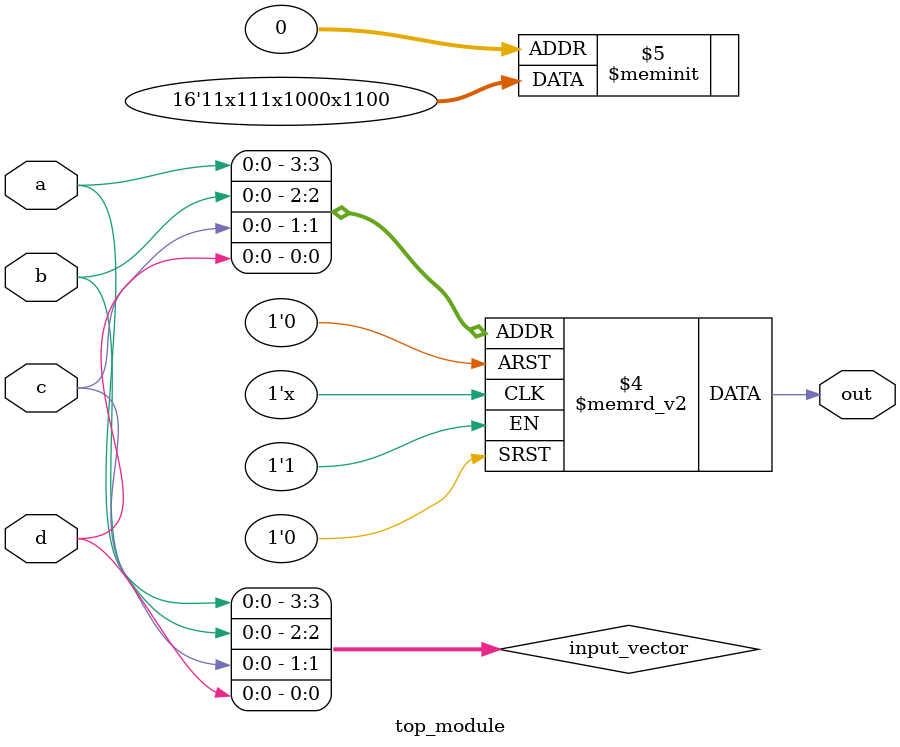
<source format=v>

module top_module (
    input a, 
    input b,
    input c,
    input d,
    output reg out
);

    // Combine inputs into a single 4-bit vector
    wire [3:0] input_vector;
    assign input_vector = {a, b, c, d};

    // Decode logic
    always @(*) begin
        case (input_vector)
            4'b0000: out = 0;
            4'b0001: out = 0;
            4'b0010: out = 1;
            4'b0011: out = 1;
            4'b0100: out = 1'bx;
            4'b0101: out = 0;
            4'b0110: out = 0;
            4'b0111: out = 0;
            4'b1000: out = 1;
            4'b1001: out = 1'bx;
            4'b1010: out = 1;
            4'b1011: out = 1;
            4'b1100: out = 1;
            4'b1101: out = 1'bx;
            4'b1110: out = 1;
            4'b1111: out = 1;
            default: out = 1'bx; // Just in case
        endcase
    end

endmodule

</source>
